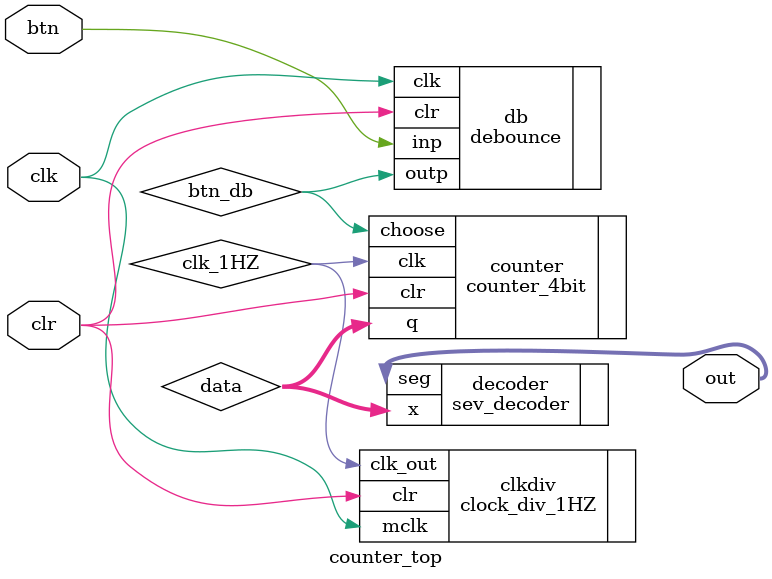
<source format=v>

module counter_top(
    input wire clk,//100MHz
    input wire clr,
    input wire btn,
    output wire [6:0] out
);
//input

//function output
wire clk_1HZ;
wire btn_db;//change mode
wire [3:0] data;
//real output

//uut
debounce db(
    .inp(btn),
    .clk(clk),
    .clr(clr),

    .outp(btn_db)
);

clock_div_1HZ clkdiv(
    .mclk(clk),
    .clr(clr),

    .clk_out(clk_1HZ)
);

counter_4bit counter(
    .clr(clr),
    .clk(clk_1HZ),
    .choose(btn_db),

    .q(data)
);

sev_decoder decoder(
    .x(data),

    .seg(out)
);

/*initial begin
    //initialize
    clr = 1;
    clk = 0;
    btn = 1;
    #10
    clr = 0;
    //strat
    
end

always #5 clk = ~clk;*/

endmodule

</source>
